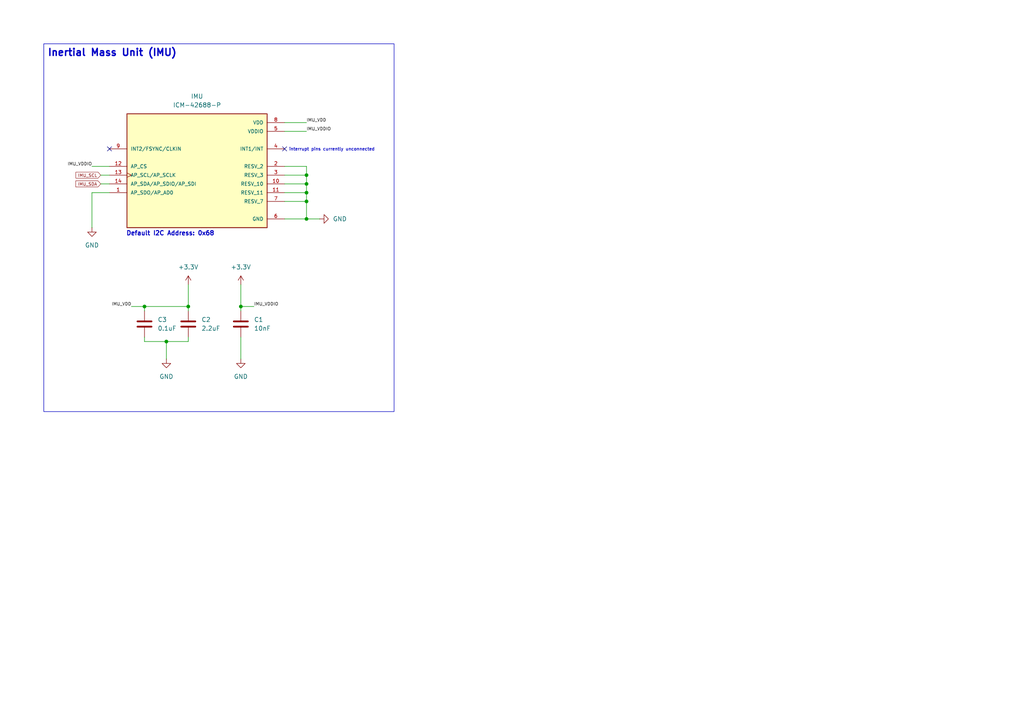
<source format=kicad_sch>
(kicad_sch (version 20250114) (generator "eeschema") (generator_version "9.0")
  (paper "A4")
  (lib_symbols
    (symbol "Device:C" (pin_numbers (hide yes)) (pin_names (offset 0.254))
      (property "Reference" "C" (at 0.635 2.54 0))
      (property "Value" "C" (at 0.635 -2.54 0))
      (symbol "C_0_1"
        (polyline (pts (xy -2.032 0.762) (xy 2.032 0.762)) (stroke (width 0.508)))
        (polyline (pts (xy -2.032 -0.762) (xy 2.032 -0.762)) (stroke (width 0.508)))
      )
      (symbol "C_1_1"
        (pin passive line (at 0 3.81 270) (length 2.794) (name "~") (number "1"))
        (pin passive line (at 0 -3.81 90) (length 2.794) (name "~") (number "2"))
      )
    )
    (symbol "ICM-42688-P:ICM-42688-P" (pin_names (offset 1.016))
      (property "Reference" "U" (at -20.32 16.002 0))
      (property "Value" "ICM-42688-P" (at -20.32 -20.32 0))
      (symbol "ICM-42688-P_0_0"
        (rectangle (start -20.32 -17.78) (end 20.32 15.24) (stroke (width 0.254)) (fill (type background)))
        (pin bidirectional line (at -25.4 5.08 0) (length 5.08) (name "INT2/FSYNC/CLKIN") (number "9"))
        (pin input line (at -25.4 0 0) (length 5.08) (name "AP_CS") (number "12"))
        (pin input clock (at -25.4 -2.54 0) (length 5.08) (name "AP_SCL/AP_SCLK") (number "13"))
        (pin bidirectional line (at -25.4 -5.08 0) (length 5.08) (name "AP_SDA/AP_SDIO/AP_SDI") (number "14"))
        (pin bidirectional line (at -25.4 -7.62 0) (length 5.08) (name "AP_SDO/AP_AD0") (number "1"))
        (pin power_in line (at 25.4 12.7 180) (length 5.08) (name "VDD") (number "8"))
        (pin power_in line (at 25.4 10.16 180) (length 5.08) (name "VDDIO") (number "5"))
        (pin output line (at 25.4 5.08 180) (length 5.08) (name "INT1/INT") (number "4"))
        (pin passive line (at 25.4 0 180) (length 5.08) (name "RESV_2") (number "2"))
        (pin passive line (at 25.4 -2.54 180) (length 5.08) (name "RESV_3") (number "3"))
        (pin passive line (at 25.4 -5.08 180) (length 5.08) (name "RESV_10") (number "10"))
        (pin passive line (at 25.4 -7.62 180) (length 5.08) (name "RESV_11") (number "11"))
        (pin passive line (at 25.4 -10.16 180) (length 5.08) (name "RESV_7") (number "7"))
        (pin power_in line (at 25.4 -15.24 180) (length 5.08) (name "GND") (number "6"))
      )
    )
    (symbol "power:+3.3V" (power) (pin_numbers (hide yes)) (pin_names (offset 0) (hide yes))
      (property "Value" "+3.3V" (at 0 3.556 0))
      (symbol "+3.3V_0_1"
        (polyline (pts (xy -0.762 1.27) (xy 0 2.54)))
        (polyline (pts (xy 0 2.54) (xy 0.762 1.27)))
        (polyline (pts (xy 0 0) (xy 0 2.54)))
      )
      (symbol "+3.3V_1_1"
        (pin power_in line (at 0 0 90) (length 0) (name "~") (number "1"))
      )
    )
    (symbol "power:GND" (power) (pin_numbers (hide yes)) (pin_names (offset 0) (hide yes))
      (property "Value" "GND" (at 0 -3.81 0))
      (symbol "GND_0_1"
        (polyline (pts (xy 0 0) (xy 0 -1.27) (xy 1.27 -1.27) (xy 0 -2.54) (xy -1.27 -1.27) (xy 0 -1.27)))
      )
      (symbol "GND_1_1"
        (pin power_in line (at 0 0 270) (length 0) (name "~") (number "1"))
      )
    )
  )
  (rectangle (start 12.7 12.7) (end 114.3 119.38))
  (text "Inertial Mass Unit (IMU)" (at 13.716 14.224 0) (effects (font (size 2.032 2.032) (thickness 0.4064) (bold yes)) (justify left top)))
  (text "interrupt pins currently unconnected" (at 96.266 43.434 0) (effects (font (size 0.889 0.889))))
  (text "Default I2C Address: 0x68" (at 36.576 67.818 0) (effects (font (size 1.27 1.27) (thickness 0.254) (bold yes)) (justify left)))
  (junction (at 69.85 88.9))
  (junction (at 88.9 58.42))
  (junction (at 88.9 63.5))
  (junction (at 41.91 88.9))
  (junction (at 88.9 53.34))
  (junction (at 88.9 50.8))
  (junction (at 54.61 88.9))
  (junction (at 88.9 55.88))
  (junction (at 48.26 99.06))
  (no_connect (at 31.75 43.18))
  (no_connect (at 82.55 43.18))
  (wire (pts (xy 88.9 63.5) (xy 88.9 58.42)))
  (wire (pts (xy 82.55 55.88) (xy 88.9 55.88)))
  (wire (pts (xy 88.9 48.26) (xy 88.9 50.8)))
  (wire (pts (xy 41.91 88.9) (xy 54.61 88.9)))
  (wire (pts (xy 69.85 88.9) (xy 73.66 88.9)))
  (wire (pts (xy 26.67 55.88) (xy 26.67 66.04)))
  (wire (pts (xy 26.67 48.26) (xy 31.75 48.26)))
  (wire (pts (xy 41.91 90.17) (xy 41.91 88.9)))
  (wire (pts (xy 88.9 55.88) (xy 88.9 58.42)))
  (wire (pts (xy 48.26 99.06) (xy 48.26 104.14)))
  (wire (pts (xy 41.91 97.79) (xy 41.91 99.06)))
  (wire (pts (xy 82.55 53.34) (xy 88.9 53.34)))
  (wire (pts (xy 69.85 88.9) (xy 69.85 90.17)))
  (wire (pts (xy 82.55 50.8) (xy 88.9 50.8)))
  (wire (pts (xy 69.85 97.79) (xy 69.85 104.14)))
  (wire (pts (xy 29.21 53.34) (xy 31.75 53.34)))
  (wire (pts (xy 54.61 97.79) (xy 54.61 99.06)))
  (wire (pts (xy 82.55 35.56) (xy 88.9 35.56)))
  (wire (pts (xy 82.55 63.5) (xy 88.9 63.5)))
  (wire (pts (xy 54.61 90.17) (xy 54.61 88.9)))
  (wire (pts (xy 29.21 50.8) (xy 31.75 50.8)))
  (wire (pts (xy 88.9 63.5) (xy 92.71 63.5)))
  (wire (pts (xy 82.55 48.26) (xy 88.9 48.26)))
  (wire (pts (xy 82.55 38.1) (xy 88.9 38.1)))
  (wire (pts (xy 82.55 58.42) (xy 88.9 58.42)))
  (wire (pts (xy 88.9 50.8) (xy 88.9 53.34)))
  (wire (pts (xy 54.61 82.55) (xy 54.61 88.9)))
  (wire (pts (xy 41.91 99.06) (xy 48.26 99.06)))
  (wire (pts (xy 88.9 53.34) (xy 88.9 55.88)))
  (wire (pts (xy 69.85 82.55) (xy 69.85 88.9)))
  (wire (pts (xy 31.75 55.88) (xy 26.67 55.88)))
  (wire (pts (xy 54.61 99.06) (xy 48.26 99.06)))
  (wire (pts (xy 38.1 88.9) (xy 41.91 88.9)))
  (label "IMU_VDD" (at 38.1 88.9 180) (effects (font (size 0.889 0.889) (thickness 0.1111))))
  (label "IMU_VDDIO" (at 26.67 48.26 180) (effects (font (size 0.889 0.889) (thickness 0.1111))))
  (label "IMU_VDDIO" (at 88.9 38.1 0) (effects (font (size 0.889 0.889) (thickness 0.1111))))
  (label "IMU_VDDIO" (at 73.66 88.9 0) (effects (font (size 0.889 0.889) (thickness 0.1111))))
  (label "IMU_VDD" (at 88.9 35.56 0) (effects (font (size 0.889 0.889) (thickness 0.1111))))
  (global_label "IMU_SDA" (shape input) (at 29.21 53.34 180) (effects (font (size 0.889 0.889) (thickness 0.1111))) (property "Intersheetrefs" "${INTERSHEET_REFS}" (effects (hide yes))))
  (global_label "IMU_SCL" (shape input) (at 29.21 50.8 180) (effects (font (size 0.889 0.889) (thickness 0.1111))) (property "Intersheetrefs" "${INTERSHEET_REFS}" (effects (hide yes))))
  (symbol (lib_id "Device:C") (at 54.61 93.98 0) (unit 1)
    (property "Reference" "C2" (at 58.42 92.7099 0) (effects (justify left)))
    (property "Value" "2.2uF" (at 58.42 95.2499 0) (effects (justify left)))
    (property "Description" "Unpolarized capacitor" (effects (hide yes)))
  )
  (symbol (lib_id "power:+3.3V") (at 69.85 82.55 0) (unit 1)
    (property "Reference" "#PWR07" (effects (hide yes)))
    (property "Value" "+3.3V" (at 69.85 77.47 0))
    (property "Description" "Power symbol creates a global label with name \"+3.3V\"" (effects (hide yes)))
  )
  (symbol (lib_id "power:+3.3V") (at 54.61 82.55 0) (unit 1)
    (property "Reference" "#PWR09" (effects (hide yes)))
    (property "Value" "+3.3V" (at 54.61 77.47 0))
    (property "Description" "Power symbol creates a global label with name \"+3.3V\"" (effects (hide yes)))
  )
  (symbol (lib_id "power:GND") (at 48.26 104.14 0) (unit 1)
    (property "Reference" "#PWR010" (effects (hide yes)))
    (property "Value" "GND" (at 48.26 109.22 0))
    (property "Description" "Power symbol creates a global label with name \"GND\" , ground" (effects (hide yes)))
  )
  (symbol (lib_id "Device:C") (at 41.91 93.98 0) (unit 1)
    (property "Reference" "C3" (at 45.72 92.7099 0) (effects (justify left)))
    (property "Value" "0.1uF" (at 45.72 95.2499 0) (effects (justify left)))
    (property "Description" "Unpolarized capacitor" (effects (hide yes)))
  )
  (symbol (lib_id "power:GND") (at 69.85 104.14 0) (unit 1)
    (property "Reference" "#PWR08" (effects (hide yes)))
    (property "Value" "GND" (at 69.85 109.22 0))
    (property "Description" "Power symbol creates a global label with name \"GND\" , ground" (effects (hide yes)))
  )
  (symbol (lib_id "Device:C") (at 69.85 93.98 0) (unit 1)
    (property "Reference" "C1" (at 73.66 92.7099 0) (effects (justify left)))
    (property "Value" "10nF" (at 73.66 95.2499 0) (effects (justify left)))
    (property "Description" "Unpolarized capacitor" (effects (hide yes)))
  )
  (symbol (lib_id "power:GND") (at 26.67 66.04 0) (unit 1)
    (property "Reference" "#PWR06" (effects (hide yes)))
    (property "Value" "GND" (at 26.67 71.12 0))
    (property "Description" "Power symbol creates a global label with name \"GND\" , ground" (effects (hide yes)))
  )
  (symbol (lib_id "ICM-42688-P:ICM-42688-P") (at 57.15 48.26 0) (unit 1)
    (property "Reference" "IMU" (at 57.15 27.94 0))
    (property "Value" "ICM-42688-P" (at 57.15 30.48 0))
    (property "Footprint" "ICM-42688-P:PQFN50P300X250X97-14N" (effects (hide yes)))
    (property "PARTREV" "1.2" (effects (hide yes)))
    (property "STANDARD" "IPC-7351B" (effects (hide yes)))
    (property "MAXIMUM_PACKAGE_HEIGHT" "0.97mm" (effects (hide yes)))
    (property "MANUFACTURER" "TDK InvenSense" (effects (hide yes)))
  )
  (symbol (lib_id "power:GND") (at 92.71 63.5 90) (unit 1)
    (property "Reference" "#PWR05" (effects (hide yes)))
    (property "Value" "GND" (at 96.52 63.4999 90) (effects (justify right)))
    (property "Description" "Power symbol creates a global label with name \"GND\" , ground" (effects (hide yes)))
  )
)
</source>
